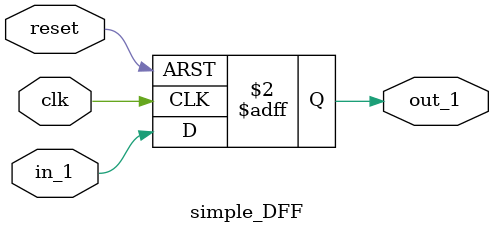
<source format=v>
module simple_DFF (clk, in_1, reset, out_1);
	input clk;
	input in_1;
	input reset;
	output out_1;
	
	reg out_1;
	
	always @(posedge clk or posedge reset)
		begin
			if(reset)
				out_1 <= 1'b0;
			else
				out_1 <= in_1;
		end
endmodule 
</source>
